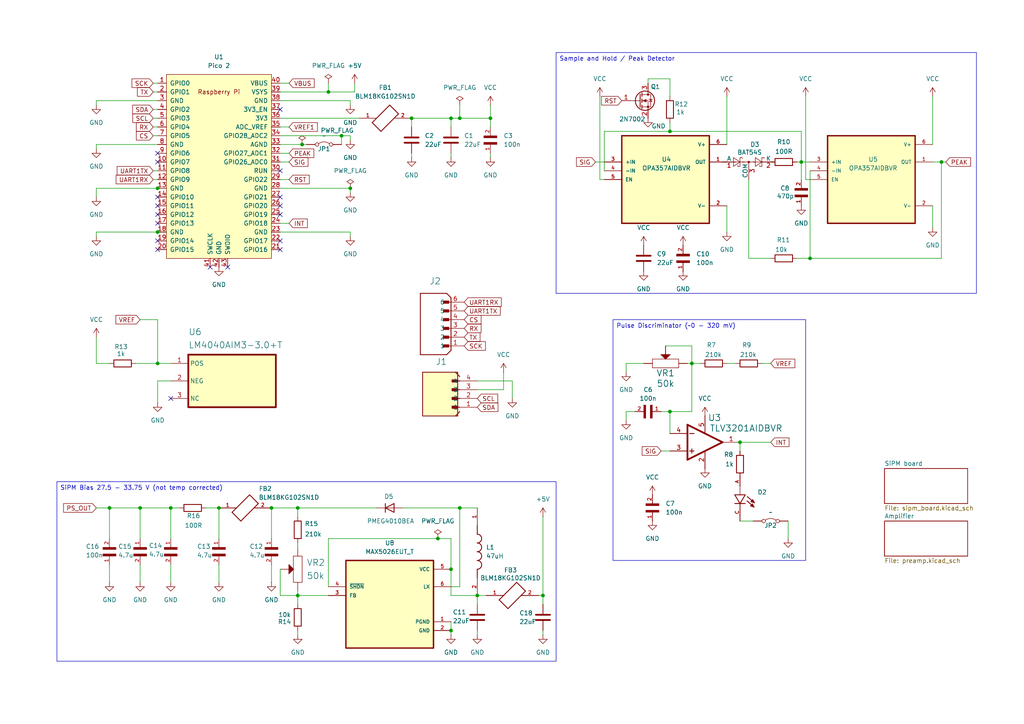
<source format=kicad_sch>
(kicad_sch (version 20250114) (generator "eeschema") (generator_version "9.0")
  (paper "A4")
  (title_block (title "Gamma Spectrometer") (date "2025-05-06") (rev "0.1.5") (company "Vadym Vikulin"))
  (text_box "Pulse Discriminator (~0 - 320 mV)" (at 177.8 92.71 0) (size 55.88 69.85) (margins 0.9525 0.9525 0.9525 0.9525) (effects (font (size 1.27 1.27)) (justify left top)))
  (text_box "Sample and Hold / Peak Detector" (at 161.29 15.24 0) (size 121.92 69.85) (margins 0.9525 0.9525 0.9525 0.9525) (effects (font (size 1.27 1.27)) (justify left top)))
  (text_box "SiPM Bias 27.5 - 33.75 V (not temp corrected) " (at 16.51 139.7 0) (size 144.78 52.07) (margins 0.9525 0.9525 0.9525 0.9525) (effects (font (size 1.27 1.27)) (justify left top)))
  (junction (at 142.24 34.29))
  (junction (at 101.6 54.61))
  (junction (at 40.64 147.32))
  (junction (at 273.05 46.99))
  (junction (at 232.41 46.99))
  (junction (at 127 156.21))
  (junction (at 194.31 38.1))
  (junction (at 45.72 105.41))
  (junction (at 99.06 39.37))
  (junction (at 234.95 74.93))
  (junction (at 157.48 172.72))
  (junction (at 133.35 34.29))
  (junction (at 45.72 54.61))
  (junction (at 49.53 147.32))
  (junction (at 119.38 34.29))
  (junction (at 86.36 172.72))
  (junction (at 45.72 67.31))
  (junction (at 78.74 147.32))
  (junction (at 63.5 147.32))
  (junction (at 86.36 147.32))
  (junction (at 95.25 26.67))
  (junction (at 138.43 172.72))
  (junction (at 87.63 41.91))
  (junction (at 130.81 34.29))
  (junction (at 200.66 105.41))
  (junction (at 130.81 165.1))
  (junction (at 194.31 119.38))
  (junction (at 133.35 147.32))
  (junction (at 130.81 182.88))
  (junction (at 31.75 147.32))
  (junction (at 214.63 128.27))
  (no_connect (at 81.28 59.69))
  (no_connect (at 81.28 57.15))
  (no_connect (at 81.28 69.85))
  (no_connect (at 81.28 49.53))
  (no_connect (at 81.28 72.39))
  (no_connect (at 45.72 72.39))
  (no_connect (at 45.72 44.45))
  (no_connect (at 45.72 59.69))
  (no_connect (at 45.72 69.85))
  (no_connect (at 45.72 57.15))
  (no_connect (at 66.04 77.47))
  (no_connect (at 49.53 115.57))
  (no_connect (at 45.72 46.99))
  (no_connect (at 60.96 77.47))
  (no_connect (at 45.72 62.23))
  (no_connect (at 81.28 62.23))
  (no_connect (at 45.72 64.77))
  (no_connect (at 81.28 31.75))
  (wire (pts (xy 27.94 41.91) (xy 27.94 43.18)))
  (wire (pts (xy 86.36 147.32) (xy 109.22 147.32)))
  (wire (pts (xy 31.75 147.32) (xy 40.64 147.32)))
  (wire (pts (xy 130.81 172.72) (xy 138.43 172.72)))
  (wire (pts (xy 44.45 24.13) (xy 45.72 24.13)))
  (wire (pts (xy 133.35 147.32) (xy 116.84 147.32)))
  (wire (pts (xy 44.45 36.83) (xy 45.72 36.83)))
  (wire (pts (xy 49.53 147.32) (xy 52.07 147.32)))
  (wire (pts (xy 27.94 67.31) (xy 27.94 68.58)))
  (wire (pts (xy 101.6 30.48) (xy 101.6 29.21)))
  (wire (pts (xy 173.99 52.07) (xy 173.99 27.94)))
  (wire (pts (xy 81.28 172.72) (xy 86.36 172.72)))
  (wire (pts (xy 86.36 182.88) (xy 86.36 184.15)))
  (wire (pts (xy 173.99 52.07) (xy 175.26 52.07)))
  (wire (pts (xy 200.66 105.41) (xy 200.66 119.38)))
  (wire (pts (xy 200.66 100.33) (xy 200.66 105.41)))
  (wire (pts (xy 210.82 46.99) (xy 209.55 46.99)))
  (wire (pts (xy 102.87 26.67) (xy 102.87 24.13)))
  (wire (pts (xy 181.61 119.38) (xy 184.15 119.38)))
  (wire (pts (xy 40.64 168.91) (xy 40.64 163.83)))
  (wire (pts (xy 45.72 105.41) (xy 49.53 105.41)))
  (wire (pts (xy 181.61 105.41) (xy 186.69 105.41)))
  (wire (pts (xy 99.06 39.37) (xy 99.06 41.91)))
  (wire (pts (xy 49.53 168.91) (xy 49.53 163.83)))
  (wire (pts (xy 44.45 34.29) (xy 45.72 34.29)))
  (wire (pts (xy 200.66 119.38) (xy 194.31 119.38)))
  (wire (pts (xy 142.24 44.45) (xy 142.24 45.72)))
  (wire (pts (xy 231.14 74.93) (xy 234.95 74.93)))
  (wire (pts (xy 31.75 163.83) (xy 31.75 168.91)))
  (wire (pts (xy 31.75 156.21) (xy 31.75 147.32)))
  (wire (pts (xy 148.59 110.49) (xy 138.43 110.49)))
  (wire (pts (xy 146.05 113.03) (xy 138.43 113.03)))
  (wire (pts (xy 95.25 156.21) (xy 127 156.21)))
  (wire (pts (xy 273.05 46.99) (xy 274.32 46.99)))
  (wire (pts (xy 191.77 130.81) (xy 194.31 130.81)))
  (wire (pts (xy 27.94 54.61) (xy 27.94 57.15)))
  (wire (pts (xy 45.72 54.61) (xy 27.94 54.61)))
  (wire (pts (xy 157.48 172.72) (xy 157.48 175.26)))
  (wire (pts (xy 130.81 184.15) (xy 130.81 182.88)))
  (wire (pts (xy 44.45 49.53) (xy 45.72 49.53)))
  (wire (pts (xy 101.6 55.88) (xy 101.6 54.61)))
  (wire (pts (xy 86.36 175.26) (xy 86.36 172.72)))
  (wire (pts (xy 181.61 107.95) (xy 181.61 105.41)))
  (wire (pts (xy 49.53 147.32) (xy 49.53 156.21)))
  (wire (pts (xy 213.36 105.41) (xy 210.82 105.41)))
  (wire (pts (xy 101.6 40.64) (xy 101.6 39.37)))
  (wire (pts (xy 217.17 52.07) (xy 217.17 74.93)))
  (wire (pts (xy 133.35 30.48) (xy 133.35 34.29)))
  (wire (pts (xy 220.98 105.41) (xy 223.52 105.41)))
  (wire (pts (xy 119.38 34.29) (xy 119.38 36.83)))
  (wire (pts (xy 210.82 27.94) (xy 210.82 41.91)))
  (wire (pts (xy 78.74 156.21) (xy 78.74 147.32)))
  (wire (pts (xy 127 156.21) (xy 130.81 156.21)))
  (wire (pts (xy 130.81 34.29) (xy 130.81 36.83)))
  (wire (pts (xy 45.72 29.21) (xy 27.94 29.21)))
  (wire (pts (xy 81.28 29.21) (xy 101.6 29.21)))
  (wire (pts (xy 40.64 147.32) (xy 40.64 156.21)))
  (wire (pts (xy 210.82 59.69) (xy 210.82 67.31)))
  (wire (pts (xy 228.6 156.21) (xy 228.6 151.13)))
  (wire (pts (xy 86.36 172.72) (xy 95.25 172.72)))
  (wire (pts (xy 95.25 26.67) (xy 102.87 26.67)))
  (wire (pts (xy 232.41 38.1) (xy 232.41 46.99)))
  (wire (pts (xy 140.97 172.72) (xy 138.43 172.72)))
  (wire (pts (xy 130.81 180.34) (xy 130.81 182.88)))
  (wire (pts (xy 133.35 147.32) (xy 133.35 170.18)))
  (wire (pts (xy 148.59 115.57) (xy 148.59 110.49)))
  (wire (pts (xy 44.45 52.07) (xy 45.72 52.07)))
  (wire (pts (xy 44.45 31.75) (xy 45.72 31.75)))
  (wire (pts (xy 130.81 165.1) (xy 130.81 172.72)))
  (wire (pts (xy 81.28 36.83) (xy 83.82 36.83)))
  (wire (pts (xy 86.36 149.86) (xy 86.36 147.32)))
  (wire (pts (xy 27.94 147.32) (xy 31.75 147.32)))
  (wire (pts (xy 273.05 74.93) (xy 273.05 46.99)))
  (wire (pts (xy 200.66 100.33) (xy 193.04 100.33)))
  (wire (pts (xy 45.72 116.84) (xy 45.72 110.49)))
  (wire (pts (xy 181.61 119.38) (xy 181.61 121.92)))
  (wire (pts (xy 142.24 34.29) (xy 142.24 36.83)))
  (wire (pts (xy 95.25 24.13) (xy 95.25 26.67)))
  (wire (pts (xy 138.43 182.88) (xy 138.43 184.15)))
  (wire (pts (xy 48.26 67.31) (xy 45.72 67.31)))
  (wire (pts (xy 59.69 147.32) (xy 63.5 147.32)))
  (wire (pts (xy 175.26 38.1) (xy 194.31 38.1)))
  (wire (pts (xy 194.31 38.1) (xy 194.31 35.56)))
  (wire (pts (xy 233.68 52.07) (xy 234.95 52.07)))
  (wire (pts (xy 78.74 147.32) (xy 86.36 147.32)))
  (wire (pts (xy 157.48 182.88) (xy 157.48 184.15)))
  (wire (pts (xy 78.74 168.91) (xy 78.74 163.83)))
  (wire (pts (xy 157.48 149.86) (xy 157.48 172.72)))
  (wire (pts (xy 81.28 46.99) (xy 83.82 46.99)))
  (wire (pts (xy 234.95 49.53) (xy 234.95 74.93)))
  (wire (pts (xy 214.63 130.81) (xy 214.63 128.27)))
  (wire (pts (xy 142.24 30.48) (xy 142.24 34.29)))
  (wire (pts (xy 175.26 38.1) (xy 175.26 49.53)))
  (wire (pts (xy 27.94 29.21) (xy 27.94 30.48)))
  (wire (pts (xy 45.72 110.49) (xy 49.53 110.49)))
  (wire (pts (xy 81.28 44.45) (xy 83.82 44.45)))
  (wire (pts (xy 231.14 46.99) (xy 232.41 46.99)))
  (wire (pts (xy 81.28 64.77) (xy 83.82 64.77)))
  (wire (pts (xy 194.31 38.1) (xy 232.41 38.1)))
  (wire (pts (xy 95.25 170.18) (xy 95.25 156.21)))
  (wire (pts (xy 232.41 46.99) (xy 232.41 52.07)))
  (wire (pts (xy 199.39 105.41) (xy 200.66 105.41)))
  (wire (pts (xy 157.48 172.72) (xy 156.21 172.72)))
  (wire (pts (xy 133.35 34.29) (xy 142.24 34.29)))
  (wire (pts (xy 27.94 105.41) (xy 31.75 105.41)))
  (wire (pts (xy 119.38 44.45) (xy 119.38 45.72)))
  (wire (pts (xy 191.77 119.38) (xy 194.31 119.38)))
  (wire (pts (xy 200.66 105.41) (xy 203.2 105.41)))
  (wire (pts (xy 45.72 67.31) (xy 27.94 67.31)))
  (wire (pts (xy 101.6 68.58) (xy 101.6 67.31)))
  (wire (pts (xy 39.37 105.41) (xy 45.72 105.41)))
  (wire (pts (xy 194.31 27.94) (xy 194.31 22.86)))
  (wire (pts (xy 86.36 158.75) (xy 86.36 157.48)))
  (wire (pts (xy 133.35 147.32) (xy 138.43 147.32)))
  (wire (pts (xy 63.5 168.91) (xy 63.5 163.83)))
  (wire (pts (xy 45.72 92.71) (xy 45.72 105.41)))
  (wire (pts (xy 63.5 147.32) (xy 63.5 156.21)))
  (wire (pts (xy 130.81 156.21) (xy 130.81 165.1)))
  (wire (pts (xy 101.6 67.31) (xy 81.28 67.31)))
  (wire (pts (xy 27.94 97.79) (xy 27.94 105.41)))
  (wire (pts (xy 270.51 59.69) (xy 270.51 66.04)))
  (wire (pts (xy 119.38 34.29) (xy 130.81 34.29)))
  (wire (pts (xy 130.81 34.29) (xy 133.35 34.29)))
  (wire (pts (xy 81.28 26.67) (xy 95.25 26.67)))
  (wire (pts (xy 214.63 151.13) (xy 218.44 151.13)))
  (wire (pts (xy 146.05 107.95) (xy 146.05 113.03)))
  (wire (pts (xy 194.31 119.38) (xy 194.31 125.73)))
  (wire (pts (xy 130.81 44.45) (xy 130.81 45.72)))
  (wire (pts (xy 187.96 22.86) (xy 187.96 24.13)))
  (wire (pts (xy 175.26 46.99) (xy 172.72 46.99)))
  (wire (pts (xy 232.41 46.99) (xy 234.95 46.99)))
  (wire (pts (xy 81.28 39.37) (xy 99.06 39.37)))
  (wire (pts (xy 87.63 41.91) (xy 81.28 41.91)))
  (wire (pts (xy 45.72 41.91) (xy 27.94 41.91)))
  (wire (pts (xy 234.95 74.93) (xy 273.05 74.93)))
  (wire (pts (xy 194.31 22.86) (xy 187.96 22.86)))
  (wire (pts (xy 83.82 24.13) (xy 81.28 24.13)))
  (wire (pts (xy 81.28 52.07) (xy 83.82 52.07)))
  (wire (pts (xy 48.26 54.61) (xy 45.72 54.61)))
  (wire (pts (xy 133.35 170.18) (xy 130.81 170.18)))
  (wire (pts (xy 224.79 46.99) (xy 223.52 46.99)))
  (wire (pts (xy 40.64 147.32) (xy 49.53 147.32)))
  (wire (pts (xy 214.63 128.27) (xy 223.52 128.27)))
  (wire (pts (xy 101.6 39.37) (xy 99.06 39.37)))
  (wire (pts (xy 88.9 41.91) (xy 87.63 41.91)))
  (wire (pts (xy 270.51 27.94) (xy 270.51 41.91)))
  (wire (pts (xy 81.28 165.1) (xy 81.28 172.72)))
  (wire (pts (xy 40.64 92.71) (xy 45.72 92.71)))
  (wire (pts (xy 44.45 26.67) (xy 45.72 26.67)))
  (wire (pts (xy 138.43 175.26) (xy 138.43 172.72)))
  (wire (pts (xy 101.6 54.61) (xy 81.28 54.61)))
  (wire (pts (xy 44.45 39.37) (xy 45.72 39.37)))
  (wire (pts (xy 86.36 171.45) (xy 86.36 172.72)))
  (wire (pts (xy 81.28 34.29) (xy 104.14 34.29)))
  (wire (pts (xy 273.05 46.99) (xy 270.51 46.99)))
  (wire (pts (xy 233.68 27.94) (xy 233.68 52.07)))
  (wire (pts (xy 217.17 74.93) (xy 223.52 74.93)))
  (global_label "TX" (shape input) (at 134.62 97.79 0) (property "Intersheetrefs" "${INTERSHEET_REFS}" (effects (hide yes))))
  (global_label "PEAK" (shape input) (at 274.32 46.99 0) (property "Intersheetrefs" "${INTERSHEET_REFS}" (effects (hide yes))))
  (global_label "SIG" (shape input) (at 83.82 46.99 0) (property "Intersheetrefs" "${INTERSHEET_REFS}" (effects (hide yes))))
  (global_label "VREF" (shape input) (at 40.64 92.71 180) (property "Intersheetrefs" "${INTERSHEET_REFS}" (effects (hide yes))))
  (global_label "PS_OUT" (shape input) (at 27.94 147.32 180) (property "Intersheetrefs" "${INTERSHEET_REFS}" (effects (hide yes))))
  (global_label "VBUS" (shape input) (at 83.82 24.13 0) (property "Intersheetrefs" "${INTERSHEET_REFS}" (effects (hide yes))))
  (global_label "UART1RX" (shape input) (at 44.45 52.07 180) (property "Intersheetrefs" "${INTERSHEET_REFS}" (effects (hide yes))))
  (global_label "SCK" (shape input) (at 134.62 100.33 0) (property "Intersheetrefs" "${INTERSHEET_REFS}" (effects (hide yes))))
  (global_label "SDA" (shape input) (at 44.45 31.75 180) (property "Intersheetrefs" "${INTERSHEET_REFS}" (effects (hide yes))))
  (global_label "SCL" (shape input) (at 44.45 34.29 180) (property "Intersheetrefs" "${INTERSHEET_REFS}" (effects (hide yes))))
  (global_label "RX" (shape input) (at 134.62 95.25 0) (property "Intersheetrefs" "${INTERSHEET_REFS}" (effects (hide yes))))
  (global_label "SCL" (shape input) (at 138.43 115.57 0) (property "Intersheetrefs" "${INTERSHEET_REFS}" (effects (hide yes))))
  (global_label "SIG" (shape input) (at 191.77 130.81 180) (property "Intersheetrefs" "${INTERSHEET_REFS}" (effects (hide yes))))
  (global_label "SIG" (shape input) (at 172.72 46.99 180) (property "Intersheetrefs" "${INTERSHEET_REFS}" (effects (hide yes))))
  (global_label "RX" (shape input) (at 44.45 36.83 180) (property "Intersheetrefs" "${INTERSHEET_REFS}" (effects (hide yes))))
  (global_label "RST" (shape input) (at 83.82 52.07 0) (property "Intersheetrefs" "${INTERSHEET_REFS}" (effects (hide yes))))
  (global_label "VREF1" (shape input) (at 83.82 36.83 0) (property "Intersheetrefs" "${INTERSHEET_REFS}" (effects (hide yes))))
  (global_label "CS" (shape input) (at 44.45 39.37 180) (property "Intersheetrefs" "${INTERSHEET_REFS}" (effects (hide yes))))
  (global_label "PEAK" (shape input) (at 83.82 44.45 0) (property "Intersheetrefs" "${INTERSHEET_REFS}" (effects (hide yes))))
  (global_label "VREF" (shape input) (at 223.52 105.41 0) (property "Intersheetrefs" "${INTERSHEET_REFS}" (effects (hide yes))))
  (global_label "SDA" (shape input) (at 138.43 118.11 0) (property "Intersheetrefs" "${INTERSHEET_REFS}" (effects (hide yes))))
  (global_label "INT" (shape input) (at 223.52 128.27 0) (property "Intersheetrefs" "${INTERSHEET_REFS}" (effects (hide yes))))
  (global_label "UART1RX" (shape input) (at 134.62 87.63 0) (property "Intersheetrefs" "${INTERSHEET_REFS}" (effects (hide yes))))
  (global_label "RST" (shape input) (at 180.34 29.21 180) (property "Intersheetrefs" "${INTERSHEET_REFS}" (effects (hide yes))))
  (global_label "CS" (shape input) (at 134.62 92.71 0) (property "Intersheetrefs" "${INTERSHEET_REFS}" (effects (hide yes))))
  (global_label "UART1TX" (shape input) (at 44.45 49.53 180) (property "Intersheetrefs" "${INTERSHEET_REFS}" (effects (hide yes))))
  (global_label "TX" (shape input) (at 44.45 26.67 180) (property "Intersheetrefs" "${INTERSHEET_REFS}" (effects (hide yes))))
  (global_label "SCK" (shape input) (at 44.45 24.13 180) (property "Intersheetrefs" "${INTERSHEET_REFS}" (effects (hide yes))))
  (global_label "INT" (shape input) (at 83.82 64.77 0) (property "Intersheetrefs" "${INTERSHEET_REFS}" (effects (hide yes))))
  (global_label "UART1TX" (shape input) (at 134.62 90.17 0) (property "Intersheetrefs" "${INTERSHEET_REFS}" (effects (hide yes))))
  (symbol (lib_id "power:GND") (at 232.41 59.69 0) (unit 1)
    (property "Reference" "#PWR040" (effects (hide yes)))
    (property "Value" "GND" (at 232.41 64.77 0))
    (property "Description" "Power symbol creates a global label with name \"GND\" , ground" (effects (hide yes)))
  )
  (symbol (lib_id "power:GND") (at 45.72 116.84 0) (unit 1)
    (property "Reference" "#PWR049" (effects (hide yes)))
    (property "Value" "GND" (at 45.72 121.92 0))
    (property "Description" "Power symbol creates a global label with name \"GND\" , ground" (effects (hide yes)))
  )
  (symbol (lib_id "power:GND") (at 101.6 68.58 0) (unit 1)
    (property "Reference" "#PWR08" (effects (hide yes)))
    (property "Value" "GND" (at 101.6 73.66 0))
    (property "Description" "Power symbol creates a global label with name \"GND\" , ground" (effects (hide yes)))
  )
  (symbol (lib_id "B6B-PH-K-S_LF__SN_:B6B-PH-K-S(LF)(SN)") (at 127 95.25 180) (unit 1)
    (property "Reference" "J2" (at 126.238 81.534 0) (effects (font (size 1.8288 1.8288))))
    (property "Value" "*" (effects (hide yes)))
    (property "Footprint" "B6B-PH-K-S_LF__SN_:JST_B6B-PH-K-S(LF)(SN)" (effects (hide yes)))
    (property "MF" "{'manufacturer': u'JST Sales America Inc.'}" (effects (hide yes)))
    (property "Package" "Custom" (effects (hide yes)))
    (property "Price" "None" (effects (hide yes)))
    (property "ALTIUM_VALUE" "*" (effects (hide yes)))
    (property "MP" "B6B-PH-K-S(LF)(SN)" (effects (hide yes)))
    (property "Availability" "Unavailable" (effects (hide yes)))
  )
  (symbol (lib_id "power:VCC") (at 146.05 107.95 0) (unit 1)
    (property "Reference" "#PWR053" (effects (hide yes)))
    (property "Value" "VCC" (at 146.05 102.87 0))
    (property "Description" "Power symbol creates a global label with name \"VCC\"" (effects (hide yes)))
  )
  (symbol (lib_id "power:GND") (at 63.5 77.47 0) (unit 1)
    (property "Reference" "#PWR010" (effects (hide yes)))
    (property "Value" "GND" (at 63.5 82.55 0))
    (property "Description" "Power symbol creates a global label with name \"GND\" , ground" (effects (hide yes)))
  )
  (symbol (lib_id "Device:R") (at 217.17 105.41 270) (unit 1)
    (property "Reference" "R9" (at 217.932 100.076 90) (effects (justify right)))
    (property "Value" "210k" (at 219.456 102.87 90) (effects (justify right)))
    (property "Footprint" "ERJ3EKF2103V:RES_ERJ3EKF2103V" (effects (hide yes)))
    (property "Description" "Resistor" (effects (hide yes)))
    (property "MP" "ERJ3EKF2103V" (effects (hide yes)))
    (property "Package" "0603" (effects (hide yes)))
  )
  (symbol (lib_id "Device:R") (at 35.56 105.41 270) (unit 1)
    (property "Reference" "R13" (at 37.084 100.584 90) (effects (justify right)))
    (property "Value" "1k" (at 36.322 102.616 90) (effects (justify right)))
    (property "Footprint" "ERJ3EKF1001V:RES_ERJ3EKF1001V" (effects (hide yes)))
    (property "Description" "Resistor" (effects (hide yes)))
    (property "MP" "ERJ3EKF1001V" (effects (hide yes)))
    (property "Package" "0603" (effects (hide yes)))
  )
  (symbol (lib_id "power:VCC") (at 270.51 27.94 0) (unit 1)
    (property "Reference" "#PWR034" (effects (hide yes)))
    (property "Value" "VCC" (at 270.51 22.86 0))
    (property "Description" "Power symbol creates a global label with name \"VCC\"" (effects (hide yes)))
  )
  (symbol (lib_id "CL10B104KC8NNNC:CL10B104KC8NNNC") (at 189.23 119.38 180) (unit 1)
    (property "Reference" "C6" (at 187.96 113.03 0))
    (property "Value" "100n" (at 187.96 115.57 0))
    (property "Footprint" "CL10B104KC8NNNC:CAPC1608X90N" (effects (hide yes)))
    (property "MF" "Samsung" (effects (hide yes)))
    (property "MAXIMUM_PACKAGE_HEIGHT" "0.9 mm" (effects (hide yes)))
    (property "Package" "0603 Samsung" (effects (hide yes)))
    (property "Price" "None" (effects (hide yes)))
    (property "Check_prices" "https://www.snapeda.com/parts/CL10B104KC8NNNC/Samsung/view-part/?ref=eda" (effects (hide yes)))
    (property "STANDARD" "IPC-7351B" (effects (hide yes)))
    (property "PARTREV" "NA" (effects (hide yes)))
    (property "SnapEDA_Link" "https://www.snapeda.com/parts/CL10B104KC8NNNC/Samsung/view-part/?ref=snap" (effects (hide yes)))
    (property "MP" "CL10B104KC8NNNC" (effects (hide yes)))
    (property "Description_1" "\n                        \n                            0.1 µF ±10% 100V Ceramic Capacitor X7R 0603 (1608 Metric)\n                        \n" (effects (hide yes)))
    (property "Availability" "In Stock" (effects (hide yes)))
    (property "MANUFACTURER" "Samsung" (effects (hide yes)))
  )
  (symbol (lib_id "power:GND") (at 78.74 168.91 0) (unit 1)
    (property "Reference" "#PWR056" (effects (hide yes)))
    (property "Value" "GND" (at 78.74 173.99 0))
    (property "Description" "Power symbol creates a global label with name \"GND\" , ground" (effects (hide yes)))
  )
  (symbol (lib_id "power:PWR_FLAG") (at 127 156.21 0) (unit 1)
    (property "Reference" "#FLG04" (effects (hide yes)))
    (property "Value" "PWR_FLAG" (at 127 151.13 0))
    (property "Description" "Special symbol for telling ERC where power comes from" (effects (hide yes)))
  )
  (symbol (lib_id "Device:C") (at 130.81 40.64 0) (unit 1)
    (property "Reference" "C1" (at 134.62 39.3699 0) (effects (justify left)))
    (property "Value" "22uF" (at 134.62 41.9099 0) (effects (justify left)))
    (property "Footprint" "CL10A226MP8NUNE:CAPC1608X90N" (effects (hide yes)))
    (property "Description" "Unpolarized capacitor" (effects (hide yes)))
    (property "MP" "CL10A226MP8NUNE" (effects (hide yes)))
    (property "Package" "0603 Samsung" (effects (hide yes)))
  )
  (symbol (lib_id "CL21A475KBQNNNE:CL21A475KBQNNNE") (at 78.74 161.29 90) (unit 1)
    (property "Reference" "C12" (at 72.39 158.496 90) (effects (justify right)))
    (property "Value" "4.7u" (at 72.39 161.036 90) (effects (justify right)))
    (property "Footprint" "CL21A475KBQNNNE:CAPC2012X140N" (effects (hide yes)))
    (property "MF" "Samsung Electro-Mechanics" (effects (hide yes)))
    (property "Description_1" "\n                        \n                            CL21 Series 4.7 uF 50 V ±10 % Tolerance X5R SMT Multilayer Ceramic Capacitor\n                        \n" (effects (hide yes)))
    (property "Package" "0805 Samsung" (effects (hide yes)))
    (property "Price" "None" (effects (hide yes)))
    (property "SnapEDA_Link" "https://www.snapeda.com/parts/CL21A475KBQNNNE/Samsung/view-part/?ref=snap" (effects (hide yes)))
    (property "MP" "CL21A475KBQNNNE" (effects (hide yes)))
    (property "Availability" "In Stock" (effects (hide yes)))
    (property "Check_prices" "https://www.snapeda.com/parts/CL21A475KBQNNNE/Samsung/view-part/?ref=eda" (effects (hide yes)))
  )
  (symbol (lib_id "power:GND") (at 270.51 66.04 0) (unit 1)
    (property "Reference" "#PWR036" (effects (hide yes)))
    (property "Value" "GND" (at 270.51 71.12 0))
    (property "Description" "Power symbol creates a global label with name \"GND\" , ground" (effects (hide yes)))
  )
  (symbol (lib_id "Device:R") (at 55.88 147.32 90) (unit 1)
    (property "Reference" "R16" (at 56.134 149.606 90))
    (property "Value" "100R" (at 56.134 152.4 90))
    (property "Footprint" "ERJ3EKF1000V:RES_ERJ3EKF1000V" (effects (hide yes)))
    (property "Description" "Resistor" (effects (hide yes)))
    (property "MP" "ERJ3EKF1000V" (effects (hide yes)))
    (property "Package" "0603" (effects (hide yes)))
  )
  (symbol (lib_id "ACML-0402HC-301-T:ACML-0402HC-301-T") (at 148.59 172.72 0) (unit 1)
    (property "Reference" "FB3" (at 148.082 165.354 0))
    (property "Value" "BLM18KG102SN1D" (at 148.082 167.64 0))
    (property "Footprint" "ACML-0402HC-301-T:BEADC1005X65N" (effects (hide yes)))
    (property "MF" "Abracon LLC" (effects (hide yes)))
    (property "Description_1" "\n                        \n                            300 Ohms @ 100 MHz 1 - Ferrite Bead 0402 (1005 Metric) 1A 300mOhm\n                        \n" (effects (hide yes)))
    (property "PACKAGE" "0402 Abracon" (effects (hide yes)))
    (property "PRICE" "None" (effects (hide yes)))
    (property "Package" "0402 Abracon" (effects (hide yes)))
    (property "Availability" "In Stock" (effects (hide yes)))
    (property "SnapEDA_Link" "https://www.snapeda.com/parts/ACML-0402HC-301-T/Abracon/view-part/?ref=snap" (effects (hide yes)))
    (property "MP" "490-17349-1-ND" (effects (hide yes)))
    (property "Price" "None" (effects (hide yes)))
    (property "Check_prices" "https://www.snapeda.com/parts/ACML-0402HC-301-T/Abracon/view-part/?ref=eda" (effects (hide yes)))
  )
  (symbol (lib_id "Jumper:Jumper_2_Bridged") (at 223.52 151.13 0) (unit 1) (exclude_from_sim yes) (in_bom no)
    (property "Reference" "JP2" (at 223.52 152.4 0))
    (property "Value" "~" (at 223.52 148.59 0))
    (property "Footprint" "Jumper:SolderJumper-2_P1.3mm_Open_TrianglePad1.0x1.5mm" (effects (hide yes)))
    (property "Description" "Jumper, 2-pole, closed/bridged" (effects (hide yes)))
  )
  (symbol (lib_id "power:VCC") (at 142.24 30.48 0) (unit 1)
    (property "Reference" "#PWR014" (effects (hide yes)))
    (property "Value" "VCC" (at 142.24 25.4 0))
    (property "Description" "Power symbol creates a global label with name \"VCC\"" (effects (hide yes)))
  )
  (symbol (lib_id "Diode:BAT54S") (at 217.17 46.99 0) (unit 1)
    (property "Reference" "D3" (at 218.948 41.91 0))
    (property "Value" "BAT54S" (at 217.424 44.196 0))
    (property "Footprint" "Package_TO_SOT_SMD:SOT-23" (effects (hide yes)))
    (property "Datasheet" "https://www.diodes.com/assets/Datasheets/ds11005.pdf" (effects (hide yes)))
    (property "Description" "Vr 30V, If 200mA, Dual schottky barrier diode, in series, SOT-323" (effects (hide yes)))
    (property "Package" "SOT-23" (effects (hide yes)))
    (property "MP" "933976380215" (effects (hide yes)))
  )
  (symbol (lib_name "3296W-1-503LF_1") (lib_id "3296W-1-503LF:3296W-1-503LF") (at 193.04 105.41 0) (unit 1)
    (property "Reference" "VR1" (at 193.04 108.204 0) (effects (font (size 1.8288 1.8288))))
    (property "Value" "50k" (at 193.04 111.252 0) (effects (font (size 1.8288 1.8288))))
    (property "Footprint" "3266W-1-503:TRIM_3266W-1-503" (effects (hide yes)))
    (property "Datasheet" "https://www.snapeda.com/parts/3266W-1-503/Bourns/datasheet/" (effects (hide yes)))
    (property "Description" "50 kOhms 0.5W" (effects (hide yes)))
    (property "MF" "Bourns" (effects (hide yes)))
    (property "ALTIUM_VALUE" "*" (effects (hide yes)))
    (property "SnapEDA_Link" "https://www.snapeda.com/parts/3266W-1-503/Bourns/datasheet/" (effects (hide yes)))
    (property "Package" "TO-218" (effects (hide yes)))
    (property "MP" "3266W-1-503" (effects (hide yes)))
  )
  (symbol (lib_id "power:VCC") (at 204.47 120.65 0) (unit 1)
    (property "Reference" "#PWR031" (effects (hide yes)))
    (property "Value" "VCC" (at 204.47 115.57 0))
    (property "Description" "Power symbol creates a global label with name \"VCC\"" (effects (hide yes)))
  )
  (symbol (lib_id "power:VCC") (at 198.12 71.12 0) (unit 1)
    (property "Reference" "#PWR043" (effects (hide yes)))
    (property "Value" "VCC" (at 198.12 66.04 0))
    (property "Description" "Power symbol creates a global label with name \"VCC\"" (effects (hide yes)))
  )
  (symbol (lib_id "ACML-0402HC-301-T:ACML-0402HC-301-T") (at 111.76 34.29 0) (unit 1)
    (property "Reference" "FB1" (at 111.76 25.4 0))
    (property "Value" "BLM18KG102SN1D" (at 111.76 27.94 0))
    (property "Footprint" "ACML-0402HC-301-T:BEADC1005X65N" (effects (hide yes)))
    (property "MF" "Abracon LLC" (effects (hide yes)))
    (property "Description_1" "\n                        \n                            300 Ohms @ 100 MHz 1 - Ferrite Bead 0402 (1005 Metric) 1A 300mOhm\n                        \n" (effects (hide yes)))
    (property "PACKAGE" "0402 Abracon" (effects (hide yes)))
    (property "PRICE" "None" (effects (hide yes)))
    (property "Package" "0402 Abracon" (effects (hide yes)))
    (property "Availability" "In Stock" (effects (hide yes)))
    (property "SnapEDA_Link" "https://www.snapeda.com/parts/ACML-0402HC-301-T/Abracon/view-part/?ref=snap" (effects (hide yes)))
    (property "MP" "490-17349-1-ND" (effects (hide yes)))
    (property "Price" "None" (effects (hide yes)))
    (property "Check_prices" "https://www.snapeda.com/parts/ACML-0402HC-301-T/Abracon/view-part/?ref=eda" (effects (hide yes)))
  )
  (symbol (lib_id "Device:R") (at 194.31 31.75 180) (unit 1)
    (property "Reference" "R12" (at 197.612 30.226 0))
    (property "Value" "1k" (at 197.358 32.512 0))
    (property "Footprint" "ERJ3EKF1001V:RES_ERJ3EKF1001V" (effects (hide yes)))
    (property "Description" "Resistor" (effects (hide yes)))
    (property "MP" "ERJ3EKF1001V" (effects (hide yes)))
    (property "Package" "0603" (effects (hide yes)))
  )
  (symbol (lib_id "CL21A475KBQNNNE:CL21A475KBQNNNE") (at 49.53 161.29 90) (unit 1)
    (property "Reference" "C14" (at 43.18 158.242 90) (effects (justify right)))
    (property "Value" "4.7u" (at 43.18 160.782 90) (effects (justify right)))
    (property "Footprint" "CL21A475KBQNNNE:CAPC2012X140N" (effects (hide yes)))
    (property "MF" "Samsung Electro-Mechanics" (effects (hide yes)))
    (property "Description_1" "\n                        \n                            CL21 Series 4.7 uF 50 V ±10 % Tolerance X5R SMT Multilayer Ceramic Capacitor\n                        \n" (effects (hide yes)))
    (property "Package" "0805 Samsung" (effects (hide yes)))
    (property "Price" "None" (effects (hide yes)))
    (property "SnapEDA_Link" "https://www.snapeda.com/parts/CL21A475KBQNNNE/Samsung/view-part/?ref=snap" (effects (hide yes)))
    (property "MP" "CL21A475KBQNNNE" (effects (hide yes)))
    (property "Availability" "In Stock" (effects (hide yes)))
    (property "Check_prices" "https://www.snapeda.com/parts/CL21A475KBQNNNE/Samsung/view-part/?ref=eda" (effects (hide yes)))
  )
  (symbol (lib_id "Jumper:Jumper_2_Bridged") (at 93.98 41.91 0) (unit 1) (exclude_from_sim yes) (in_bom no)
    (property "Reference" "JP1" (at 93.98 43.18 0))
    (property "Value" "~" (at 93.98 39.37 0))
    (property "Footprint" "Jumper:SolderJumper-2_P1.3mm_Open_TrianglePad1.0x1.5mm" (effects (hide yes)))
    (property "Description" "Jumper, 2-pole, closed/bridged" (effects (hide yes)))
  )
  (symbol (lib_id "Device:R") (at 214.63 134.62 180) (unit 1)
    (property "Reference" "R8" (at 211.328 131.826 0))
    (property "Value" "1k" (at 211.582 134.62 0))
    (property "Footprint" "ERJ3EKF1001V:RES_ERJ3EKF1001V" (effects (hide yes)))
    (property "Description" "Resistor" (effects (hide yes)))
    (property "MP" "ERJ3EKF1001V" (effects (hide yes)))
    (property "Package" "0603" (effects (hide yes)))
  )
  (symbol (lib_id "power:GND") (at 204.47 135.89 0) (unit 1)
    (property "Reference" "#PWR032" (effects (hide yes)))
    (property "Value" "GND" (at 204.47 140.97 0))
    (property "Description" "Power symbol creates a global label with name \"GND\" , ground" (effects (hide yes)))
  )
  (symbol (lib_id "power:GND") (at 40.64 168.91 0) (unit 1)
    (property "Reference" "#PWR059" (effects (hide yes)))
    (property "Value" "GND" (at 40.64 173.99 0))
    (property "Description" "Power symbol creates a global label with name \"GND\" , ground" (effects (hide yes)))
  )
  (symbol (lib_id "ACML-0402HC-301-T:ACML-0402HC-301-T") (at 71.12 147.32 0) (unit 1)
    (property "Reference" "FB2" (at 76.962 141.732 0))
    (property "Value" "BLM18KG102SN1D" (at 83.82 144.272 0))
    (property "Footprint" "ACML-0402HC-301-T:BEADC1005X65N" (effects (hide yes)))
    (property "MF" "Abracon LLC" (effects (hide yes)))
    (property "Description_1" "\n                        \n                            300 Ohms @ 100 MHz 1 - Ferrite Bead 0402 (1005 Metric) 1A 300mOhm\n                        \n" (effects (hide yes)))
    (property "PACKAGE" "0402 Abracon" (effects (hide yes)))
    (property "PRICE" "None" (effects (hide yes)))
    (property "Package" "0402 Abracon" (effects (hide yes)))
    (property "Availability" "In Stock" (effects (hide yes)))
    (property "SnapEDA_Link" "https://www.snapeda.com/parts/ACML-0402HC-301-T/Abracon/view-part/?ref=snap" (effects (hide yes)))
    (property "MP" "490-17349-1-ND" (effects (hide yes)))
    (property "Price" "None" (effects (hide yes)))
    (property "Check_prices" "https://www.snapeda.com/parts/ACML-0402HC-301-T/Abracon/view-part/?ref=eda" (effects (hide yes)))
  )
  (symbol (lib_id "Transistor_FET:2N7002") (at 185.42 29.21 0) (unit 1)
    (property "Reference" "Q1" (at 188.722 25.146 0) (effects (justify left)))
    (property "Value" "2N7002" (at 179.578 34.544 0) (effects (justify left)))
    (property "Footprint" "Package_TO_SOT_SMD:SOT-23" (effects (hide yes)))
    (property "Datasheet" "https://www.onsemi.com/pub/Collateral/NDS7002A-D.PDF" (effects (hide yes)))
    (property "Description" "0.115A Id, 60V Vds, N-Channel MOSFET, SOT-23" (effects (hide yes)))
    (property "Package" "SOT-23" (effects (hide yes)))
    (property "MP" "934003470215" (effects (hide yes)))
  )
  (symbol (lib_id "power:GND") (at 119.38 45.72 0) (unit 1)
    (property "Reference" "#PWR011" (effects (hide yes)))
    (property "Value" "GND" (at 119.38 50.8 0))
    (property "Description" "Power symbol creates a global label with name \"GND\" , ground" (effects (hide yes)))
  )
  (symbol (lib_id "Device:C") (at 119.38 40.64 0) (unit 1)
    (property "Reference" "C2" (at 123.19 39.3699 0) (effects (justify left)))
    (property "Value" "22uF" (at 123.19 41.9099 0) (effects (justify left)))
    (property "Footprint" "CL10A226MP8NUNE:CAPC1608X90N" (effects (hide yes)))
    (property "Description" "Unpolarized capacitor" (effects (hide yes)))
    (property "MP" "CL10A226MP8NUNE" (effects (hide yes)))
    (property "Package" "0603 Samsung" (effects (hide yes)))
  )
  (symbol (lib_id "power:GND") (at 187.96 34.29 0) (unit 1)
    (property "Reference" "#PWR045" (effects (hide yes)))
    (property "Value" "GND" (at 191.008 36.576 0))
    (property "Description" "Power symbol creates a global label with name \"GND\" , ground" (effects (hide yes)))
  )
  (symbol (lib_id "power:PWR_FLAG") (at 101.6 54.61 0) (unit 1)
    (property "Reference" "#FLG03" (effects (hide yes)))
    (property "Value" "PWR_FLAG" (at 101.6 49.53 0))
    (property "Description" "Special symbol for telling ERC where power comes from" (effects (hide yes)))
  )
  (symbol (lib_id "3296W-1-503LF:3296W-1-503LF") (at 86.36 165.1 90) (unit 1)
    (property "Reference" "VR2" (at 88.9 163.1949 90) (effects (font (size 1.8288 1.8288)) (justify right)))
    (property "Value" "50k" (at 88.9 167.0049 90) (effects (font (size 1.8288 1.8288)) (justify right)))
    (property "Footprint" "3266W-1-503:TRIM_3266W-1-503" (effects (hide yes)))
    (property "Datasheet" "https://www.snapeda.com/parts/3266W-1-503/Bourns/datasheet/" (effects (hide yes)))
    (property "Description" "50 kOhms 0.5W" (effects (hide yes)))
    (property "MF" "Bourns" (effects (hide yes)))
    (property "ALTIUM_VALUE" "*" (effects (hide yes)))
    (property "Package" "TO-218" (effects (hide yes)))
    (property "MP" "3266W-1-503" (effects (hide yes)))
  )
  (symbol (lib_id "TLV3201AIDBVR:TLV3201AIDBVR") (at 204.47 128.27 0) (unit 1)
    (property "Reference" "U3" (at 207.264 121.158 0) (effects (font (size 1.8288 1.8288))))
    (property "Value" "TLV3201AIDBVR" (at 216.408 124.206 0) (effects (font (size 1.8288 1.8288))))
    (property "Footprint" "TLV3201AIDBVR:SOT95P280X145-5N" (effects (hide yes)))
    (property "Description" "Single high speed, low power comparator 5-SOT-23 -40 to 125" (effects (hide yes)))
    (property "MP" "TLV3201AIDBVR" (effects (hide yes)))
    (property "Availability" "Unavailable" (effects (hide yes)))
    (property "ALTIUM_VALUE" "*" (effects (hide yes)))
    (property "Package" "SOT95P280X145-5N" (effects (hide yes)))
    (property "Price" "None" (effects (hide yes)))
  )
  (symbol (lib_id "LTST-C190KGKT:LTST-C190KGKT") (at 214.63 146.05 270) (unit 1)
    (property "Reference" "D2" (at 219.71 142.7733 90) (effects (justify left)))
    (property "Value" "LTST-C190KGKT" (effects (hide yes)))
    (property "Footprint" "LTST-C190KGKT:LEDC1608X35N" (effects (hide yes)))
    (property "MF" "Lite-On Inc." (effects (hide yes)))
    (property "Description_1" "\n                        \n                            Green 571nm LED Indication - Discrete 2V 0603 (1608 Metric)\n                        \n" (effects (hide yes)))
    (property "Package" "0603 Lite-On" (effects (hide yes)))
    (property "Price" "None" (effects (hide yes)))
    (property "SnapEDA_Link" "https://www.snapeda.com/parts/LTST-C190KGKT/Lite-On/view-part/?ref=snap" (effects (hide yes)))
    (property "MP" "LTST-C190KGKT" (effects (hide yes)))
    (property "Availability" "In Stock" (effects (hide yes)))
    (property "Check_prices" "https://www.snapeda.com/parts/LTST-C190KGKT/Lite-On/view-part/?ref=eda" (effects (hide yes)))
  )
  (symbol (lib_id "power:VCC") (at 189.23 143.51 0) (unit 1)
    (property "Reference" "#PWR029" (effects (hide yes)))
    (property "Value" "VCC" (at 189.23 138.43 0))
    (property "Description" "Power symbol creates a global label with name \"VCC\"" (effects (hide yes)))
  )
  (symbol (lib_id "power:GND") (at 101.6 40.64 0) (unit 1)
    (property "Reference" "#PWR02" (effects (hide yes)))
    (property "Value" "GND" (at 101.6 45.72 0))
    (property "Description" "Power symbol creates a global label with name \"GND\" , ground" (effects (hide yes)))
  )
  (symbol (lib_id "power:GND") (at 181.61 107.95 0) (unit 1)
    (property "Reference" "#PWR027" (effects (hide yes)))
    (property "Value" "GND" (at 181.61 113.03 0))
    (property "Description" "Power symbol creates a global label with name \"GND\" , ground" (effects (hide yes)))
  )
  (symbol (lib_id "power:GND") (at 86.36 184.15 0) (unit 1)
    (property "Reference" "#PWR047" (effects (hide yes)))
    (property "Value" "GND" (at 86.36 189.23 0))
    (property "Description" "Power symbol creates a global label with name \"GND\" , ground" (effects (hide yes)))
  )
  (symbol (lib_id "Device:R") (at 207.01 105.41 90) (unit 1)
    (property "Reference" "R7" (at 204.978 100.076 90) (effects (justify right)))
    (property "Value" "210k" (at 204.47 102.87 90) (effects (justify right)))
    (property "Footprint" "ERJ3EKF2103V:RES_ERJ3EKF2103V" (effects (hide yes)))
    (property "Description" "Resistor" (effects (hide yes)))
    (property "MP" "ERJ3EKF2103V" (effects (hide yes)))
    (property "Package" "0603" (effects (hide yes)))
  )
  (symbol (lib_id "power:GND") (at 157.48 184.15 0) (unit 1)
    (property "Reference" "#PWR062" (effects (hide yes)))
    (property "Value" "GND" (at 157.48 189.23 0))
    (property "Description" "Power symbol creates a global label with name \"GND\" , ground" (effects (hide yes)))
  )
  (symbol (lib_id "power:GND") (at 138.43 184.15 0) (unit 1)
    (property "Reference" "#PWR055" (effects (hide yes)))
    (property "Value" "GND" (at 138.43 189.23 0))
    (property "Description" "Power symbol creates a global label with name \"GND\" , ground" (effects (hide yes)))
  )
  (symbol (lib_id "power:+5V") (at 102.87 24.13 0) (unit 1)
    (property "Reference" "#PWR09" (effects (hide yes)))
    (property "Value" "+5V" (at 102.87 19.05 0))
    (property "Description" "Power symbol creates a global label with name \"+5V\"" (effects (hide yes)))
  )
  (symbol (lib_id "OPA357AIDBVR:OPA357AIDBVR") (at 252.73 52.07 0) (unit 1)
    (property "Reference" "U5" (at 253.238 46.228 0))
    (property "Value" "OPA357AIDBVR" (at 253.238 48.768 0))
    (property "Footprint" "OPA357AIDBVR:SOT95P280X145-6N" (effects (hide yes)))
    (property "MF" "Texas Instruments" (effects (hide yes)))
    (property "Description_1" "\n                        \n                            250MHz, Rail-to-Rail I/O, Single CMOS Operational Amplifier w/Shutdown\n                        \n" (effects (hide yes)))
    (property "Package" "SOT-23-6 Texas Instruments" (effects (hide yes)))
    (property "Price" "None" (effects (hide yes)))
    (property "SnapEDA_Link" "https://www.snapeda.com/parts/OPA357AIDBVR/Texas+Instruments/view-part/?ref=snap" (effects (hide yes)))
    (property "MP" "OPA357AIDBVR" (effects (hide yes)))
    (property "Availability" "In Stock" (effects (hide yes)))
    (property "Check_prices" "https://www.snapeda.com/parts/OPA357AIDBVR/Texas+Instruments/view-part/?ref=eda" (effects (hide yes)))
  )
  (symbol (lib_id "power:GND") (at 27.94 57.15 0) (unit 1)
    (property "Reference" "#PWR06" (effects (hide yes)))
    (property "Value" "GND" (at 27.94 62.23 0))
    (property "Description" "Power symbol creates a global label with name \"GND\" , ground" (effects (hide yes)))
  )
  (symbol (lib_id "Device:D") (at 113.03 147.32 0) (unit 1)
    (property "Reference" "D5" (at 112.776 144.018 0))
    (property "Value" "PMEG4010BEA" (at 113.284 151.13 0))
    (property "Footprint" "PMEG4010BEA_115:DIO_BZX384-C30_115" (effects (hide yes)))
    (property "Description" "Diode" (effects (hide yes)))
    (property "Sim.Device" "D" (effects (hide yes)))
    (property "Sim.Pins" "1=K 2=A" (effects (hide yes)))
    (property "MP" "PMEG4010BEA,115" (effects (hide yes)))
    (property "Package" "SOD323" (effects (hide yes)))
  )
  (symbol (lib_id "Device:C") (at 186.69 74.93 0) (unit 1)
    (property "Reference" "C9" (at 190.5 73.6599 0) (effects (justify left)))
    (property "Value" "22uF" (at 190.5 76.1999 0) (effects (justify left)))
    (property "Footprint" "CL10A226MP8NUNE:CAPC1608X90N" (effects (hide yes)))
    (property "Description" "Unpolarized capacitor" (effects (hide yes)))
    (property "MP" "CL10A226MP8NUNE" (effects (hide yes)))
    (property "Package" "0603 Samsung" (effects (hide yes)))
  )
  (symbol (lib_id "power:+5V") (at 157.48 149.86 0) (unit 1)
    (property "Reference" "#PWR063" (effects (hide yes)))
    (property "Value" "+5V" (at 157.48 144.78 0))
    (property "Description" "Power symbol creates a global label with name \"+5V\"" (effects (hide yes)))
  )
  (symbol (lib_id "CL10B104KC8NNNC:CL10B104KC8NNNC") (at 142.24 41.91 90) (unit 1)
    (property "Reference" "C3" (at 146.05 39.3699 90) (effects (justify right)))
    (property "Value" "100n" (at 146.05 41.9099 90) (effects (justify right)))
    (property "Footprint" "CL10B104KC8NNNC:CAPC1608X90N" (effects (hide yes)))
    (property "MF" "Samsung" (effects (hide yes)))
    (property "MAXIMUM_PACKAGE_HEIGHT" "0.9 mm" (effects (hide yes)))
    (property "Package" "0603 Samsung" (effects (hide yes)))
    (property "Price" "None" (effects (hide yes)))
    (property "Check_prices" "https://www.snapeda.com/parts/CL10B104KC8NNNC/Samsung/view-part/?ref=eda" (effects (hide yes)))
    (property "STANDARD" "IPC-7351B" (effects (hide yes)))
    (property "PARTREV" "NA" (effects (hide yes)))
    (property "SnapEDA_Link" "https://www.snapeda.com/parts/CL10B104KC8NNNC/Samsung/view-part/?ref=snap" (effects (hide yes)))
    (property "MP" "CL10B104KC8NNNC" (effects (hide yes)))
    (property "Description_1" "\n                        \n                            0.1 µF ±10% 100V Ceramic Capacitor X7R 0603 (1608 Metric)\n                        \n" (effects (hide yes)))
    (property "Availability" "In Stock" (effects (hide yes)))
    (property "MANUFACTURER" "Samsung" (effects (hide yes)))
  )
  (symbol (lib_id "power:GND") (at 101.6 55.88 0) (unit 1)
    (property "Reference" "#PWR01" (effects (hide yes)))
    (property "Value" "GND" (at 101.6 60.96 0))
    (property "Description" "Power symbol creates a global label with name \"GND\" , ground" (effects (hide yes)))
  )
  (symbol (lib_id "NRS4018T470MDGJ:NRS4018T470MDGJ") (at 138.43 160.02 270) (unit 1)
    (property "Reference" "L1" (at 140.97 158.7499 90) (effects (justify left)))
    (property "Value" "47uH" (at 140.97 161.2899 90) (effects (justify left)))
    (property "Footprint" "NRS4018T470MDGJ:IND_NRS4018T470MDGJ" (effects (hide yes)))
    (property "MF" "Taiyo Yuden" (effects (hide yes)))
    (property "MAXIMUM_PACKAGE_HEIGHT" "1.8 mm" (effects (hide yes)))
    (property "Package" "Nonstandard Taiyo Yuden" (effects (hide yes)))
    (property "Price" "None" (effects (hide yes)))
    (property "Check_prices" "https://www.snapeda.com/parts/NRS4018T470MDGJ/Taiyo+Yuden/view-part/?ref=eda" (effects (hide yes)))
    (property "STANDARD" "Manufacturer Recommendations" (effects (hide yes)))
    (property "PARTREV" "2021.10.25" (effects (hide yes)))
    (property "SnapEDA_Link" "https://www.snapeda.com/parts/NRS4018T470MDGJ/Taiyo+Yuden/view-part/?ref=snap" (effects (hide yes)))
    (property "MP" "NRS4018T470MDGJ" (effects (hide yes)))
    (property "Description_1" "\n                        \n                            47 µH Shielded Drum Core, Wirewound Inductor 440 mA 780mOhm Max Nonstandard\n                        \n" (effects (hide yes)))
    (property "Availability" "In Stock" (effects (hide yes)))
    (property "MANUFACTURER" "Taiyo Yuden" (effects (hide yes)))
  )
  (symbol (lib_id "LM4040AIM3-3_0-T:LM4040AIM3-3_0-T") (at 67.31 110.49 0) (unit 1)
    (property "Reference" "U6" (at 54.61 96.266 0) (effects (font (size 1.8288 1.8288)) (justify left)))
    (property "Value" "LM4040AIM3-3.0+T" (at 54.61 100.076 0) (effects (font (size 1.8288 1.8288)) (justify left)))
    (property "Footprint" "LM4040AIM3-3_0-T:SOT95P237X112-3N" (effects (hide yes)))
    (property "Description" "100-ppm/C precision micropower shunt voltage reference 3-SOT-23" (effects (hide yes)))
    (property "DigiKey-Purchase-URL" "https://snapeda.com/shop?store=DigiKey&id=426658" (effects (hide yes)))
    (property "Arrow_Asia-Purchase-URL" "https://snapeda.com/shop?store=Arrow+Asia&id=426658" (effects (hide yes)))
    (property "MP" "LM4040AIM3-3.0/NOPB" (effects (hide yes)))
    (property "SnapEDA_Link" "https://www.snapeda.com/parts/LM4040AIM3-3.0/NOPB/Texas%20Instruments/view-part/426658/?ref=snap" (effects (hide yes)))
    (property "Arrow_Electronics-Purchase-URL" "https://snapeda.com/shop?store=Arrow+Electronics&id=426658" (effects (hide yes)))
    (property "Availability" "Good" (effects (hide yes)))
    (property "MF" "Texas Instruments" (effects (hide yes)))
    (property "Mouser-Purchase-URL" "https://snapeda.com/shop?store=Mouser&id=426658" (effects (hide yes)))
    (property "Package" "SOT-23-3 Texas Instruments" (effects (hide yes)))
    (property "Texas_Instruments-Purchase-URL" "https://snapeda.com/shop?store=Texas+Instruments&id=426658" (effects (hide yes)))
    (property "ALTIUM_VALUE" "*" (effects (hide yes)))
    (property "Price" "None" (effects (hide yes)))
    (property "Check_prices" "https://www.snapeda.com/parts/LM4040AIM3-3.0/NOPB/Texas%20Instruments/view-part/426658/?ref=eda" (effects (hide yes)))
  )
  (symbol (lib_id "Device:R") (at 86.36 153.67 180) (unit 1)
    (property "Reference" "R15" (at 88.392 151.892 0) (effects (justify right)))
    (property "Value" "210k" (at 88.392 154.94 0) (effects (justify right)))
    (property "Footprint" "ERJ3EKF2103V:RES_ERJ3EKF2103V" (effects (hide yes)))
    (property "Description" "Resistor" (effects (hide yes)))
    (property "MP" "ERJ3EKF2103V" (effects (hide yes)))
    (property "Package" "0603" (effects (hide yes)))
  )
  (symbol (lib_id "power:GND") (at 31.75 168.91 0) (unit 1)
    (property "Reference" "#PWR060" (effects (hide yes)))
    (property "Value" "GND" (at 31.75 173.99 0))
    (property "Description" "Power symbol creates a global label with name \"GND\" , ground" (effects (hide yes)))
  )
  (symbol (lib_id "power:GND") (at 130.81 184.15 0) (unit 1)
    (property "Reference" "#PWR054" (effects (hide yes)))
    (property "Value" "GND" (at 130.81 189.23 0))
    (property "Description" "Power symbol creates a global label with name \"GND\" , ground" (effects (hide yes)))
  )
  (symbol (lib_id "CL21A475KBQNNNE:CL21A475KBQNNNE") (at 63.5 161.29 90) (unit 1)
    (property "Reference" "C13" (at 57.15 158.496 90) (effects (justify right)))
    (property "Value" "4.7u" (at 57.15 161.036 90) (effects (justify right)))
    (property "Footprint" "CL21A475KBQNNNE:CAPC2012X140N" (effects (hide yes)))
    (property "MF" "Samsung Electro-Mechanics" (effects (hide yes)))
    (property "Description_1" "\n                        \n                            CL21 Series 4.7 uF 50 V ±10 % Tolerance X5R SMT Multilayer Ceramic Capacitor\n                        \n" (effects (hide yes)))
    (property "Package" "0805 Samsung" (effects (hide yes)))
    (property "Price" "None" (effects (hide yes)))
    (property "SnapEDA_Link" "https://www.snapeda.com/parts/CL21A475KBQNNNE/Samsung/view-part/?ref=snap" (effects (hide yes)))
    (property "MP" "CL21A475KBQNNNE" (effects (hide yes)))
    (property "Availability" "In Stock" (effects (hide yes)))
    (property "Check_prices" "https://www.snapeda.com/parts/CL21A475KBQNNNE/Samsung/view-part/?ref=eda" (effects (hide yes)))
  )
  (symbol (lib_id "power:GND") (at 181.61 121.92 0) (unit 1)
    (property "Reference" "#PWR028" (effects (hide yes)))
    (property "Value" "GND" (at 181.61 127 0))
    (property "Description" "Power symbol creates a global label with name \"GND\" , ground" (effects (hide yes)))
  )
  (symbol (lib_id "OPA357AIDBVR:OPA357AIDBVR") (at 193.04 52.07 0) (unit 1)
    (property "Reference" "U4" (at 193.294 46.228 0))
    (property "Value" "OPA357AIDBVR" (at 193.294 48.768 0))
    (property "Footprint" "OPA357AIDBVR:SOT95P280X145-6N" (effects (hide yes)))
    (property "MF" "Texas Instruments" (effects (hide yes)))
    (property "Description_1" "\n                        \n                            250MHz, Rail-to-Rail I/O, Single CMOS Operational Amplifier w/Shutdown\n                        \n" (effects (hide yes)))
    (property "Package" "SOT-23-6 Texas Instruments" (effects (hide yes)))
    (property "Price" "None" (effects (hide yes)))
    (property "SnapEDA_Link" "https://www.snapeda.com/parts/OPA357AIDBVR/Texas+Instruments/view-part/?ref=snap" (effects (hide yes)))
    (property "MP" "OPA357AIDBVR" (effects (hide yes)))
    (property "Availability" "In Stock" (effects (hide yes)))
    (property "Check_prices" "https://www.snapeda.com/parts/OPA357AIDBVR/Texas+Instruments/view-part/?ref=eda" (effects (hide yes)))
  )
  (symbol (lib_id "CL10B104KC8NNNC:CL10B104KC8NNNC") (at 189.23 148.59 90) (unit 1)
    (property "Reference" "C7" (at 193.04 146.0499 90) (effects (justify right)))
    (property "Value" "100n" (at 193.04 148.5899 90) (effects (justify right)))
    (property "Footprint" "CL10B104KC8NNNC:CAPC1608X90N" (effects (hide yes)))
    (property "MF" "Samsung" (effects (hide yes)))
    (property "MAXIMUM_PACKAGE_HEIGHT" "0.9 mm" (effects (hide yes)))
    (property "Package" "0603 Samsung" (effects (hide yes)))
    (property "Price" "None" (effects (hide yes)))
    (property "Check_prices" "https://www.snapeda.com/parts/CL10B104KC8NNNC/Samsung/view-part/?ref=eda" (effects (hide yes)))
    (property "STANDARD" "IPC-7351B" (effects (hide yes)))
    (property "PARTREV" "NA" (effects (hide yes)))
    (property "SnapEDA_Link" "https://www.snapeda.com/parts/CL10B104KC8NNNC/Samsung/view-part/?ref=snap" (effects (hide yes)))
    (property "MP" "CL10B104KC8NNNC" (effects (hide yes)))
    (property "Description_1" "\n                        \n                            0.1 µF ±10% 100V Ceramic Capacitor X7R 0603 (1608 Metric)\n                        \n" (effects (hide yes)))
    (property "Availability" "In Stock" (effects (hide yes)))
    (property "MANUFACTURER" "Samsung" (effects (hide yes)))
  )
  (symbol (lib_id "power:GND") (at 130.81 45.72 0) (unit 1)
    (property "Reference" "#PWR012" (effects (hide yes)))
    (property "Value" "GND" (at 130.81 50.8 0))
    (property "Description" "Power symbol creates a global label with name \"GND\" , ground" (effects (hide yes)))
  )
  (symbol (lib_id "ECHU1C471JX5:ECHU1C471JX5") (at 232.41 57.15 90) (unit 1)
    (property "Reference" "C8" (at 226.314 54.61 90) (effects (justify right)))
    (property "Value" "470p" (at 225.298 56.896 90) (effects (justify right)))
    (property "Footprint" "ECHU1C471JX5:CAP_ECHU1C471JX5" (effects (hide yes)))
    (property "MF" "Panasonic" (effects (hide yes)))
    (property "MAXIMUM_PACKAGE_HEIGHT" "0.7 mm" (effects (hide yes)))
    (property "Package" "0603-2 Panasonic" (effects (hide yes)))
    (property "Price" "None" (effects (hide yes)))
    (property "Check_prices" "https://www.snapeda.com/parts/ECHU1C471JX5/Panasonic/view-part/?ref=eda" (effects (hide yes)))
    (property "STANDARD" "Manufacturer Recommendations" (effects (hide yes)))
    (property "PARTREV" "11-Oct-17" (effects (hide yes)))
    (property "SnapEDA_Link" "https://www.snapeda.com/parts/ECHU1C471JX5/Panasonic/view-part/?ref=snap" (effects (hide yes)))
    (property "MP" "ECHU1C471JX5" (effects (hide yes)))
    (property "Description_1" "\n                        \n                            470pF Film Capacitor 11V 16V Polyphenylene Sulfide (PPS), Metallized - Stacked 0603 (1608 Metric)\n                        \n" (effects (hide yes)))
    (property "Availability" "In Stock" (effects (hide yes)))
    (property "MANUFACTURER" "Panasonic" (effects (hide yes)))
  )
  (symbol (lib_id "power:GND") (at 27.94 68.58 0) (unit 1)
    (property "Reference" "#PWR07" (effects (hide yes)))
    (property "Value" "GND" (at 27.94 73.66 0))
    (property "Description" "Power symbol creates a global label with name \"GND\" , ground" (effects (hide yes)))
  )
  (symbol (lib_id "Device:R") (at 227.33 74.93 90) (unit 1)
    (property "Reference" "R11" (at 225.298 69.596 90) (effects (justify right)))
    (property "Value" "10k" (at 224.79 72.39 90) (effects (justify right)))
    (property "Footprint" "ERJ3EKF1002V:RES_ERJ3EKF1002V" (effects (hide yes)))
    (property "Description" "Resistor" (effects (hide yes)))
    (property "MP" "ERJ3EKF1002V" (effects (hide yes)))
    (property "Package" "0603" (effects (hide yes)))
  )
  (symbol (lib_id "power:VCC") (at 186.69 71.12 0) (unit 1)
    (property "Reference" "#PWR041" (effects (hide yes)))
    (property "Value" "VCC" (at 186.69 66.04 0))
    (property "Description" "Power symbol creates a global label with name \"VCC\"" (effects (hide yes)))
  )
  (symbol (lib_id "power:GND") (at 210.82 67.31 0) (unit 1)
    (property "Reference" "#PWR039" (effects (hide yes)))
    (property "Value" "GND" (at 210.82 72.39 0))
    (property "Description" "Power symbol creates a global label with name \"GND\" , ground" (effects (hide yes)))
  )
  (symbol (lib_id "power:VCC") (at 233.68 27.94 0) (unit 1)
    (property "Reference" "#PWR035" (effects (hide yes)))
    (property "Value" "VCC" (at 233.68 22.86 0))
    (property "Description" "Power symbol creates a global label with name \"VCC\"" (effects (hide yes)))
  )
  (symbol (lib_id "power:GND") (at 142.24 45.72 0) (unit 1)
    (property "Reference" "#PWR013" (effects (hide yes)))
    (property "Value" "GND" (at 142.24 50.8 0))
    (property "Description" "Power symbol creates a global label with name \"GND\" , ground" (effects (hide yes)))
  )
  (symbol (lib_id "power:GND") (at 228.6 156.21 0) (unit 1)
    (property "Reference" "#PWR033" (effects (hide yes)))
    (property "Value" "GND" (at 228.6 161.29 0))
    (property "Description" "Power symbol creates a global label with name \"GND\" , ground" (effects (hide yes)))
  )
  (symbol (lib_id "power:VCC") (at 173.99 27.94 0) (unit 1)
    (property "Reference" "#PWR038" (effects (hide yes)))
    (property "Value" "VCC" (at 173.99 22.86 0))
    (property "Description" "Power symbol creates a global label with name \"VCC\"" (effects (hide yes)))
  )
  (symbol (lib_id "power:GND") (at 27.94 30.48 0) (unit 1)
    (property "Reference" "#PWR04" (effects (hide yes)))
    (property "Value" "GND" (at 27.94 35.56 0))
    (property "Description" "Power symbol creates a global label with name \"GND\" , ground" (effects (hide yes)))
  )
  (symbol (lib_id "power:VCC") (at 210.82 27.94 0) (unit 1)
    (property "Reference" "#PWR037" (effects (hide yes)))
    (property "Value" "VCC" (at 210.82 22.86 0))
    (property "Description" "Power symbol creates a global label with name \"VCC\"" (effects (hide yes)))
  )
  (symbol (lib_id "power:GND") (at 49.53 168.91 0) (unit 1)
    (property "Reference" "#PWR058" (effects (hide yes)))
    (property "Value" "GND" (at 49.53 173.99 0))
    (property "Description" "Power symbol creates a global label with name \"GND\" , ground" (effects (hide yes)))
  )
  (symbol (lib_id "B4B-PH-K-S_LF__SN_:B4B-PH-K-S(LF)(SN)") (at 128.27 113.03 180) (unit 1)
    (property "Reference" "J1" (at 128.016 104.902 0) (effects (font (size 1.8288 1.8288))))
    (property "Value" "*" (effects (hide yes)))
    (property "Footprint" "B4B-PH-K-S_LF__SN_:JST_B4B-PH-K-S(LF)(SN)" (effects (hide yes)))
    (property "SnapEDA_Link" "https://www.snapeda.com/parts/B4B-PH-K-S(LF)(SN)/JST/view-part/?ref=snap" (effects (hide yes)))
    (property "Package" "Custom" (effects (hide yes)))
    (property "ALTIUM_VALUE" "*" (effects (hide yes)))
    (property "MF" "JST" (effects (hide yes)))
    (property "MP" "B4B-PH-K-S(LF)(SN)" (effects (hide yes)))
    (property "Check_prices" "https://www.snapeda.com/parts/B4B-PH-K-S(LF)(SN)/JST/view-part/?ref=eda" (effects (hide yes)))
  )
  (symbol (lib_id "RP PICO:Pico") (at 63.5 48.26 0) (unit 1)
    (property "Reference" "U1" (at 63.5 16.51 0))
    (property "Value" "Pico 2" (at 63.5 19.05 0))
    (property "Footprint" "RP PICO:RPi_Pico_SMD_TH" (effects (hide yes)))
    (property "MP" "SC1631" (effects (hide yes)))
    (property "Package" "Custom" (effects (hide yes)))
  )
  (symbol (lib_id "Device:C") (at 157.48 179.07 0) (unit 1)
    (property "Reference" "C18" (at 150.622 177.8 0) (effects (justify left)))
    (property "Value" "22uF" (at 150.622 180.34 0) (effects (justify left)))
    (property "Footprint" "CL10A226MP8NUNE:CAPC1608X90N" (effects (hide yes)))
    (property "Description" "Unpolarized capacitor" (effects (hide yes)))
    (property "MP" "CL10A226MP8NUNE" (effects (hide yes)))
    (property "Package" "0603 Samsung" (effects (hide yes)))
  )
  (symbol (lib_id "power:PWR_FLAG") (at 95.25 24.13 0) (unit 1)
    (property "Reference" "#FLG01" (effects (hide yes)))
    (property "Value" "PWR_FLAG" (at 95.25 19.05 0))
    (property "Description" "Special symbol for telling ERC where power comes from" (effects (hide yes)))
  )
  (symbol (lib_id "power:GND") (at 148.59 115.57 0) (unit 1)
    (property "Reference" "#PWR052" (effects (hide yes)))
    (property "Value" "GND" (at 148.59 120.65 0))
    (property "Description" "Power symbol creates a global label with name \"GND\" , ground" (effects (hide yes)))
  )
  (symbol (lib_id "Device:R") (at 227.33 46.99 90) (unit 1)
    (property "Reference" "R10" (at 227.33 41.148 90))
    (property "Value" "100R" (at 227.33 43.942 90))
    (property "Footprint" "ERJ3EKF1000V:RES_ERJ3EKF1000V" (effects (hide yes)))
    (property "Description" "Resistor" (effects (hide yes)))
    (property "MP" "ERJ3EKF1000V" (effects (hide yes)))
    (property "Package" "0603" (effects (hide yes)))
  )
  (symbol (lib_id "power:GND") (at 101.6 30.48 0) (unit 1)
    (property "Reference" "#PWR03" (effects (hide yes)))
    (property "Value" "GND" (at 101.6 35.56 0))
    (property "Description" "Power symbol creates a global label with name \"GND\" , ground" (effects (hide yes)))
  )
  (symbol (lib_id "power:GND") (at 189.23 151.13 0) (unit 1)
    (property "Reference" "#PWR030" (effects (hide yes)))
    (property "Value" "GND" (at 189.23 156.21 0))
    (property "Description" "Power symbol creates a global label with name \"GND\" , ground" (effects (hide yes)))
  )
  (symbol (lib_id "power:GND") (at 27.94 43.18 0) (unit 1)
    (property "Reference" "#PWR05" (effects (hide yes)))
    (property "Value" "GND" (at 27.94 48.26 0))
    (property "Description" "Power symbol creates a global label with name \"GND\" , ground" (effects (hide yes)))
  )
  (symbol (lib_id "power:PWR_FLAG") (at 87.63 41.91 0) (unit 1)
    (property "Reference" "#FLG06" (effects (hide yes)))
    (property "Value" "PWR_FLAG" (at 97.79 37.846 0))
    (property "Description" "Special symbol for telling ERC where power comes from" (effects (hide yes)))
  )
  (symbol (lib_id "CL21A475KBQNNNE:CL21A475KBQNNNE") (at 40.64 161.29 90) (unit 1)
    (property "Reference" "C15" (at 34.29 158.496 90) (effects (justify right)))
    (property "Value" "4.7u" (at 34.29 161.036 90) (effects (justify right)))
    (property "Footprint" "CL21A475KBQNNNE:CAPC2012X140N" (effects (hide yes)))
    (property "MF" "Samsung Electro-Mechanics" (effects (hide yes)))
    (property "Description_1" "\n                        \n                            CL21 Series 4.7 uF 50 V ±10 % Tolerance X5R SMT Multilayer Ceramic Capacitor\n                        \n" (effects (hide yes)))
    (property "Package" "0805 Samsung" (effects (hide yes)))
    (property "Price" "None" (effects (hide yes)))
    (property "SnapEDA_Link" "https://www.snapeda.com/parts/CL21A475KBQNNNE/Samsung/view-part/?ref=snap" (effects (hide yes)))
    (property "MP" "CL21A475KBQNNNE" (effects (hide yes)))
    (property "Availability" "In Stock" (effects (hide yes)))
    (property "Check_prices" "https://www.snapeda.com/parts/CL21A475KBQNNNE/Samsung/view-part/?ref=eda" (effects (hide yes)))
  )
  (symbol (lib_id "Device:C") (at 138.43 179.07 0) (unit 1)
    (property "Reference" "C11" (at 131.318 177.546 0) (effects (justify left)))
    (property "Value" "22uF" (at 131.318 180.086 0) (effects (justify left)))
    (property "Footprint" "CL10A226MP8NUNE:CAPC1608X90N" (effects (hide yes)))
    (property "Description" "Unpolarized capacitor" (effects (hide yes)))
    (property "MP" "CL10A226MP8NUNE" (effects (hide yes)))
    (property "Package" "0603 Samsung" (effects (hide yes)))
  )
  (symbol (lib_id "CL10B104KC8NNNC:CL10B104KC8NNNC") (at 31.75 161.29 90) (unit 1)
    (property "Reference" "C16" (at 24.892 158.496 90) (effects (justify right)))
    (property "Value" "100n" (at 24.892 161.036 90) (effects (justify right)))
    (property "Footprint" "CL10B104KC8NNNC:CAPC1608X90N" (effects (hide yes)))
    (property "MF" "Samsung" (effects (hide yes)))
    (property "MAXIMUM_PACKAGE_HEIGHT" "0.9 mm" (effects (hide yes)))
    (property "Package" "0603 Samsung" (effects (hide yes)))
    (property "Price" "None" (effects (hide yes)))
    (property "Check_prices" "https://www.snapeda.com/parts/CL10B104KC8NNNC/Samsung/view-part/?ref=eda" (effects (hide yes)))
    (property "STANDARD" "IPC-7351B" (effects (hide yes)))
    (property "PARTREV" "NA" (effects (hide yes)))
    (property "SnapEDA_Link" "https://www.snapeda.com/parts/CL10B104KC8NNNC/Samsung/view-part/?ref=snap" (effects (hide yes)))
    (property "MP" "CL10B104KC8NNNC" (effects (hide yes)))
    (property "Description_1" "\n                        \n                            0.1 µF ±10% 100V Ceramic Capacitor X7R 0603 (1608 Metric)\n                        \n" (effects (hide yes)))
    (property "Availability" "In Stock" (effects (hide yes)))
    (property "MANUFACTURER" "Samsung" (effects (hide yes)))
  )
  (symbol (lib_id "power:GND") (at 186.69 78.74 0) (unit 1)
    (property "Reference" "#PWR042" (effects (hide yes)))
    (property "Value" "GND" (at 186.69 83.82 0))
    (property "Description" "Power symbol creates a global label with name \"GND\" , ground" (effects (hide yes)))
  )
  (symbol (lib_id "Device:R") (at 86.36 179.07 180) (unit 1)
    (property "Reference" "R14" (at 82.55 180.34 0))
    (property "Value" "10k" (at 82.55 178.308 0))
    (property "Footprint" "ERJ3EKF1002V:RES_ERJ3EKF1002V" (effects (hide yes)))
    (property "Description" "Resistor" (effects (hide yes)))
    (property "MP" "ERJ3EKF1002V" (effects (hide yes)))
    (property "Package" "0603" (effects (hide yes)))
  )
  (symbol (lib_id "power:GND") (at 198.12 78.74 0) (unit 1)
    (property "Reference" "#PWR044" (effects (hide yes)))
    (property "Value" "GND" (at 198.12 83.82 0))
    (property "Description" "Power symbol creates a global label with name \"GND\" , ground" (effects (hide yes)))
  )
  (symbol (lib_id "power:VCC") (at 27.94 97.79 0) (unit 1)
    (property "Reference" "#PWR046" (effects (hide yes)))
    (property "Value" "VCC" (at 27.94 92.71 0))
    (property "Description" "Power symbol creates a global label with name \"VCC\"" (effects (hide yes)))
  )
  (symbol (lib_id "MAX5026EUT_T:MAX5026EUT_T") (at 113.03 175.26 0) (unit 1)
    (property "Reference" "U8" (at 113.03 157.48 0))
    (property "Value" "MAX5026EUT_T" (at 113.03 160.02 0))
    (property "Footprint" "MAX5026EUT_T:SOT95P280X145-6N" (effects (hide yes)))
    (property "MF" "Analog Devices" (effects (hide yes)))
    (property "Description_1" "\n                        \n                            500kHz, 36V Output, SOT23, PWM Step-Up DC-DC Converters\n                        \n" (effects (hide yes)))
    (property "Package" "SOT-23-6 Maxim Integrated" (effects (hide yes)))
    (property "Price" "None" (effects (hide yes)))
    (property "SnapEDA_Link" "https://www.snapeda.com/parts/MAX5026EUT+T/Analog+Devices/view-part/?ref=snap" (effects (hide yes)))
    (property "MP" "MAX5026EUT+T" (effects (hide yes)))
    (property "Availability" "In Stock" (effects (hide yes)))
    (property "Check_prices" "https://www.snapeda.com/parts/MAX5026EUT+T/Analog+Devices/view-part/?ref=eda" (effects (hide yes)))
  )
  (symbol (lib_id "CL10B104KC8NNNC:CL10B104KC8NNNC") (at 198.12 76.2 90) (unit 1)
    (property "Reference" "C10" (at 201.93 73.6599 90) (effects (justify right)))
    (property "Value" "100n" (at 201.93 76.1999 90) (effects (justify right)))
    (property "Footprint" "CL10B104KC8NNNC:CAPC1608X90N" (effects (hide yes)))
    (property "MF" "Samsung" (effects (hide yes)))
    (property "MAXIMUM_PACKAGE_HEIGHT" "0.9 mm" (effects (hide yes)))
    (property "Package" "0603 Samsung" (effects (hide yes)))
    (property "Price" "None" (effects (hide yes)))
    (property "Check_prices" "https://www.snapeda.com/parts/CL10B104KC8NNNC/Samsung/view-part/?ref=eda" (effects (hide yes)))
    (property "STANDARD" "IPC-7351B" (effects (hide yes)))
    (property "PARTREV" "NA" (effects (hide yes)))
    (property "SnapEDA_Link" "https://www.snapeda.com/parts/CL10B104KC8NNNC/Samsung/view-part/?ref=snap" (effects (hide yes)))
    (property "MP" "CL10B104KC8NNNC" (effects (hide yes)))
    (property "Description_1" "\n                        \n                            0.1 µF ±10% 100V Ceramic Capacitor X7R 0603 (1608 Metric)\n                        \n" (effects (hide yes)))
    (property "Availability" "In Stock" (effects (hide yes)))
    (property "MANUFACTURER" "Samsung" (effects (hide yes)))
  )
  (symbol (lib_id "power:GND") (at 63.5 168.91 0) (unit 1)
    (property "Reference" "#PWR057" (effects (hide yes)))
    (property "Value" "GND" (at 63.5 173.99 0))
    (property "Description" "Power symbol creates a global label with name \"GND\" , ground" (effects (hide yes)))
  )
  (symbol (lib_id "power:PWR_FLAG") (at 133.35 30.48 0) (unit 1)
    (property "Reference" "#FLG02" (effects (hide yes)))
    (property "Value" "PWR_FLAG" (at 133.35 25.4 0))
    (property "Description" "Special symbol for telling ERC where power comes from" (effects (hide yes)))
  )
  (sheet (at 256.54 135.89) (size 24.13 10.16) (stroke (width 0.1524))
    (property "Sheetname" "SiPM board" (at 256.54 135.1784 0) (effects (justify left bottom)))
    (property "Sheetfile" "sipm_board.kicad_sch" (at 256.54 146.6346 0) (effects (justify left top)))
  )
  (sheet (at 256.54 151.13) (size 24.13 10.16) (stroke (width 0.1524))
    (property "Sheetname" "Amplifier" (at 256.54 150.4184 0) (effects (justify left bottom)))
    (property "Sheetfile" "preamp.kicad_sch" (at 256.54 161.8746 0) (effects (justify left top)))
  )
)
</source>
